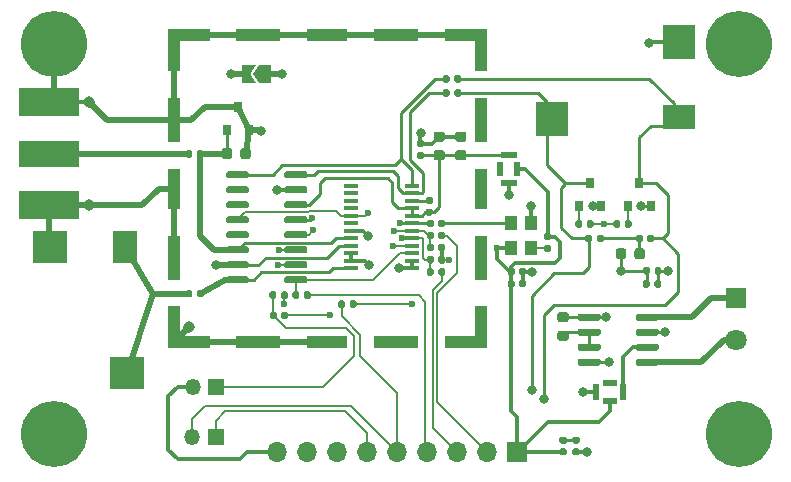
<source format=gbr>
%TF.GenerationSoftware,KiCad,Pcbnew,(5.1.6-0-10_14)*%
%TF.CreationDate,2021-03-25T12:14:58-05:00*%
%TF.ProjectId,MBRadio_4732_BO3,4d425261-6469-46f5-9f34-3733325f424f,rev?*%
%TF.SameCoordinates,Original*%
%TF.FileFunction,Copper,L1,Top*%
%TF.FilePolarity,Positive*%
%FSLAX46Y46*%
G04 Gerber Fmt 4.6, Leading zero omitted, Abs format (unit mm)*
G04 Created by KiCad (PCBNEW (5.1.6-0-10_14)) date 2021-03-25 12:14:58*
%MOMM*%
%LPD*%
G01*
G04 APERTURE LIST*
%TA.AperFunction,ComponentPad*%
%ADD10C,5.600000*%
%TD*%
%TA.AperFunction,SMDPad,CuDef*%
%ADD11R,0.800000X0.900000*%
%TD*%
%TA.AperFunction,SMDPad,CuDef*%
%ADD12R,2.700000X2.900000*%
%TD*%
%TA.AperFunction,SMDPad,CuDef*%
%ADD13R,2.700000X2.100000*%
%TD*%
%TA.AperFunction,ComponentPad*%
%ADD14R,1.350000X1.350000*%
%TD*%
%TA.AperFunction,ComponentPad*%
%ADD15O,1.350000X1.350000*%
%TD*%
%TA.AperFunction,SMDPad,CuDef*%
%ADD16R,5.080000X2.290000*%
%TD*%
%TA.AperFunction,SMDPad,CuDef*%
%ADD17R,5.080000X2.420000*%
%TD*%
%TA.AperFunction,ViaPad*%
%ADD18C,0.970000*%
%TD*%
%TA.AperFunction,Conductor*%
%ADD19R,0.950000X0.460000*%
%TD*%
%TA.AperFunction,SMDPad,CuDef*%
%ADD20R,1.200000X0.400000*%
%TD*%
%TA.AperFunction,SMDPad,CuDef*%
%ADD21R,1.100000X1.300000*%
%TD*%
%TA.AperFunction,ComponentPad*%
%ADD22R,1.700000X1.700000*%
%TD*%
%TA.AperFunction,ComponentPad*%
%ADD23O,1.700000X1.700000*%
%TD*%
%TA.AperFunction,SMDPad,CuDef*%
%ADD24R,1.346200X0.553200*%
%TD*%
%TA.AperFunction,SMDPad,CuDef*%
%ADD25R,0.553200X1.193800*%
%TD*%
%TA.AperFunction,SMDPad,CuDef*%
%ADD26R,1.000000X1.000000*%
%TD*%
%TA.AperFunction,SMDPad,CuDef*%
%ADD27R,2.570000X1.000000*%
%TD*%
%TA.AperFunction,SMDPad,CuDef*%
%ADD28R,3.800000X1.000000*%
%TD*%
%TA.AperFunction,SMDPad,CuDef*%
%ADD29R,3.470000X1.000000*%
%TD*%
%TA.AperFunction,SMDPad,CuDef*%
%ADD30R,1.000000X2.570000*%
%TD*%
%TA.AperFunction,SMDPad,CuDef*%
%ADD31R,1.000000X3.800000*%
%TD*%
%TA.AperFunction,SMDPad,CuDef*%
%ADD32R,1.000000X3.470000*%
%TD*%
%TA.AperFunction,ComponentPad*%
%ADD33R,1.800000X1.800000*%
%TD*%
%TA.AperFunction,ComponentPad*%
%ADD34C,1.800000*%
%TD*%
%TA.AperFunction,SMDPad,CuDef*%
%ADD35C,0.100000*%
%TD*%
%TA.AperFunction,SMDPad,CuDef*%
%ADD36R,2.900000X2.700000*%
%TD*%
%TA.AperFunction,SMDPad,CuDef*%
%ADD37R,2.100000X2.700000*%
%TD*%
%TA.AperFunction,SMDPad,CuDef*%
%ADD38R,0.553200X1.346200*%
%TD*%
%TA.AperFunction,SMDPad,CuDef*%
%ADD39R,1.193800X0.553200*%
%TD*%
%TA.AperFunction,ViaPad*%
%ADD40C,0.800000*%
%TD*%
%TA.AperFunction,ViaPad*%
%ADD41C,0.600000*%
%TD*%
%TA.AperFunction,Conductor*%
%ADD42C,0.250000*%
%TD*%
%TA.AperFunction,Conductor*%
%ADD43C,0.350000*%
%TD*%
%TA.AperFunction,Conductor*%
%ADD44C,0.500000*%
%TD*%
%TA.AperFunction,Conductor*%
%ADD45C,0.200000*%
%TD*%
G04 APERTURE END LIST*
%TO.P,R12,1*%
%TO.N,Net-(C12-Pad2)*%
%TA.AperFunction,SMDPad,CuDef*%
G36*
G01*
X102720000Y-120102500D02*
X102720000Y-119757500D01*
G75*
G02*
X102867500Y-119610000I147500J0D01*
G01*
X103162500Y-119610000D01*
G75*
G02*
X103310000Y-119757500I0J-147500D01*
G01*
X103310000Y-120102500D01*
G75*
G02*
X103162500Y-120250000I-147500J0D01*
G01*
X102867500Y-120250000D01*
G75*
G02*
X102720000Y-120102500I0J147500D01*
G01*
G37*
%TD.AperFunction*%
%TO.P,R12,2*%
%TO.N,L-OUT*%
%TA.AperFunction,SMDPad,CuDef*%
G36*
G01*
X103690000Y-120102500D02*
X103690000Y-119757500D01*
G75*
G02*
X103837500Y-119610000I147500J0D01*
G01*
X104132500Y-119610000D01*
G75*
G02*
X104280000Y-119757500I0J-147500D01*
G01*
X104280000Y-120102500D01*
G75*
G02*
X104132500Y-120250000I-147500J0D01*
G01*
X103837500Y-120250000D01*
G75*
G02*
X103690000Y-120102500I0J147500D01*
G01*
G37*
%TD.AperFunction*%
%TD*%
%TO.P,R13,2*%
%TO.N,Net-(C12-Pad1)*%
%TA.AperFunction,SMDPad,CuDef*%
G36*
G01*
X103910000Y-123617500D02*
X103910000Y-123962500D01*
G75*
G02*
X103762500Y-124110000I-147500J0D01*
G01*
X103467500Y-124110000D01*
G75*
G02*
X103320000Y-123962500I0J147500D01*
G01*
X103320000Y-123617500D01*
G75*
G02*
X103467500Y-123470000I147500J0D01*
G01*
X103762500Y-123470000D01*
G75*
G02*
X103910000Y-123617500I0J-147500D01*
G01*
G37*
%TD.AperFunction*%
%TO.P,R13,1*%
%TO.N,Net-(C14-Pad2)*%
%TA.AperFunction,SMDPad,CuDef*%
G36*
G01*
X104880000Y-123617500D02*
X104880000Y-123962500D01*
G75*
G02*
X104732500Y-124110000I-147500J0D01*
G01*
X104437500Y-124110000D01*
G75*
G02*
X104290000Y-123962500I0J147500D01*
G01*
X104290000Y-123617500D01*
G75*
G02*
X104437500Y-123470000I147500J0D01*
G01*
X104732500Y-123470000D01*
G75*
G02*
X104880000Y-123617500I0J-147500D01*
G01*
G37*
%TD.AperFunction*%
%TD*%
D10*
%TO.P,REF\u002A\u002A,*%
%TO.N,GND*%
X111500000Y-136500000D03*
%TD*%
%TO.P,REF\u002A\u002A,*%
%TO.N,GND*%
X111500000Y-103500000D03*
%TD*%
%TO.P,REF\u002A\u002A,*%
%TO.N,Earth*%
X53500000Y-136500000D03*
%TD*%
%TO.P,REF\u002A\u002A,*%
%TO.N,Earth*%
X53500000Y-103500000D03*
%TD*%
%TO.P,C10,2*%
%TO.N,Net-(C10-Pad2)*%
%TA.AperFunction,SMDPad,CuDef*%
G36*
G01*
X85412500Y-117020000D02*
X85067500Y-117020000D01*
G75*
G02*
X84920000Y-116872500I0J147500D01*
G01*
X84920000Y-116577500D01*
G75*
G02*
X85067500Y-116430000I147500J0D01*
G01*
X85412500Y-116430000D01*
G75*
G02*
X85560000Y-116577500I0J-147500D01*
G01*
X85560000Y-116872500D01*
G75*
G02*
X85412500Y-117020000I-147500J0D01*
G01*
G37*
%TD.AperFunction*%
%TO.P,C10,1*%
%TO.N,Net-(C10-Pad1)*%
%TA.AperFunction,SMDPad,CuDef*%
G36*
G01*
X85412500Y-117990000D02*
X85067500Y-117990000D01*
G75*
G02*
X84920000Y-117842500I0J147500D01*
G01*
X84920000Y-117547500D01*
G75*
G02*
X85067500Y-117400000I147500J0D01*
G01*
X85412500Y-117400000D01*
G75*
G02*
X85560000Y-117547500I0J-147500D01*
G01*
X85560000Y-117842500D01*
G75*
G02*
X85412500Y-117990000I-147500J0D01*
G01*
G37*
%TD.AperFunction*%
%TD*%
%TO.P,C13,2*%
%TO.N,GND*%
%TA.AperFunction,SMDPad,CuDef*%
G36*
G01*
X96816250Y-127030000D02*
X96303750Y-127030000D01*
G75*
G02*
X96085000Y-126811250I0J218750D01*
G01*
X96085000Y-126373750D01*
G75*
G02*
X96303750Y-126155000I218750J0D01*
G01*
X96816250Y-126155000D01*
G75*
G02*
X97035000Y-126373750I0J-218750D01*
G01*
X97035000Y-126811250D01*
G75*
G02*
X96816250Y-127030000I-218750J0D01*
G01*
G37*
%TD.AperFunction*%
%TO.P,C13,1*%
%TO.N,Net-(C13-Pad1)*%
%TA.AperFunction,SMDPad,CuDef*%
G36*
G01*
X96816250Y-128605000D02*
X96303750Y-128605000D01*
G75*
G02*
X96085000Y-128386250I0J218750D01*
G01*
X96085000Y-127948750D01*
G75*
G02*
X96303750Y-127730000I218750J0D01*
G01*
X96816250Y-127730000D01*
G75*
G02*
X97035000Y-127948750I0J-218750D01*
G01*
X97035000Y-128386250D01*
G75*
G02*
X96816250Y-128605000I-218750J0D01*
G01*
G37*
%TD.AperFunction*%
%TD*%
%TO.P,U5,1*%
%TO.N,GND*%
%TA.AperFunction,SMDPad,CuDef*%
G36*
G01*
X97790000Y-126745000D02*
X97790000Y-126445000D01*
G75*
G02*
X97940000Y-126295000I150000J0D01*
G01*
X99590000Y-126295000D01*
G75*
G02*
X99740000Y-126445000I0J-150000D01*
G01*
X99740000Y-126745000D01*
G75*
G02*
X99590000Y-126895000I-150000J0D01*
G01*
X97940000Y-126895000D01*
G75*
G02*
X97790000Y-126745000I0J150000D01*
G01*
G37*
%TD.AperFunction*%
%TO.P,U5,2*%
%TO.N,Net-(C13-Pad1)*%
%TA.AperFunction,SMDPad,CuDef*%
G36*
G01*
X97790000Y-128015000D02*
X97790000Y-127715000D01*
G75*
G02*
X97940000Y-127565000I150000J0D01*
G01*
X99590000Y-127565000D01*
G75*
G02*
X99740000Y-127715000I0J-150000D01*
G01*
X99740000Y-128015000D01*
G75*
G02*
X99590000Y-128165000I-150000J0D01*
G01*
X97940000Y-128165000D01*
G75*
G02*
X97790000Y-128015000I0J150000D01*
G01*
G37*
%TD.AperFunction*%
%TO.P,U5,3*%
%TA.AperFunction,SMDPad,CuDef*%
G36*
G01*
X97790000Y-129285000D02*
X97790000Y-128985000D01*
G75*
G02*
X97940000Y-128835000I150000J0D01*
G01*
X99590000Y-128835000D01*
G75*
G02*
X99740000Y-128985000I0J-150000D01*
G01*
X99740000Y-129285000D01*
G75*
G02*
X99590000Y-129435000I-150000J0D01*
G01*
X97940000Y-129435000D01*
G75*
G02*
X97790000Y-129285000I0J150000D01*
G01*
G37*
%TD.AperFunction*%
%TO.P,U5,4*%
%TO.N,Net-(C12-Pad1)*%
%TA.AperFunction,SMDPad,CuDef*%
G36*
G01*
X97790000Y-130555000D02*
X97790000Y-130255000D01*
G75*
G02*
X97940000Y-130105000I150000J0D01*
G01*
X99590000Y-130105000D01*
G75*
G02*
X99740000Y-130255000I0J-150000D01*
G01*
X99740000Y-130555000D01*
G75*
G02*
X99590000Y-130705000I-150000J0D01*
G01*
X97940000Y-130705000D01*
G75*
G02*
X97790000Y-130555000I0J150000D01*
G01*
G37*
%TD.AperFunction*%
%TO.P,U5,5*%
%TO.N,Net-(C14-Pad2)*%
%TA.AperFunction,SMDPad,CuDef*%
G36*
G01*
X102740000Y-130555000D02*
X102740000Y-130255000D01*
G75*
G02*
X102890000Y-130105000I150000J0D01*
G01*
X104540000Y-130105000D01*
G75*
G02*
X104690000Y-130255000I0J-150000D01*
G01*
X104690000Y-130555000D01*
G75*
G02*
X104540000Y-130705000I-150000J0D01*
G01*
X102890000Y-130705000D01*
G75*
G02*
X102740000Y-130555000I0J150000D01*
G01*
G37*
%TD.AperFunction*%
%TO.P,U5,6*%
%TO.N,Net-(C3-Pad1)*%
%TA.AperFunction,SMDPad,CuDef*%
G36*
G01*
X102740000Y-129285000D02*
X102740000Y-128985000D01*
G75*
G02*
X102890000Y-128835000I150000J0D01*
G01*
X104540000Y-128835000D01*
G75*
G02*
X104690000Y-128985000I0J-150000D01*
G01*
X104690000Y-129285000D01*
G75*
G02*
X104540000Y-129435000I-150000J0D01*
G01*
X102890000Y-129435000D01*
G75*
G02*
X102740000Y-129285000I0J150000D01*
G01*
G37*
%TD.AperFunction*%
%TO.P,U5,7*%
%TO.N,GND*%
%TA.AperFunction,SMDPad,CuDef*%
G36*
G01*
X102740000Y-128015000D02*
X102740000Y-127715000D01*
G75*
G02*
X102890000Y-127565000I150000J0D01*
G01*
X104540000Y-127565000D01*
G75*
G02*
X104690000Y-127715000I0J-150000D01*
G01*
X104690000Y-128015000D01*
G75*
G02*
X104540000Y-128165000I-150000J0D01*
G01*
X102890000Y-128165000D01*
G75*
G02*
X102740000Y-128015000I0J150000D01*
G01*
G37*
%TD.AperFunction*%
%TO.P,U5,8*%
%TO.N,Net-(J6-Pad1)*%
%TA.AperFunction,SMDPad,CuDef*%
G36*
G01*
X102740000Y-126745000D02*
X102740000Y-126445000D01*
G75*
G02*
X102890000Y-126295000I150000J0D01*
G01*
X104540000Y-126295000D01*
G75*
G02*
X104690000Y-126445000I0J-150000D01*
G01*
X104690000Y-126745000D01*
G75*
G02*
X104540000Y-126895000I-150000J0D01*
G01*
X102890000Y-126895000D01*
G75*
G02*
X102740000Y-126745000I0J150000D01*
G01*
G37*
%TD.AperFunction*%
%TD*%
%TO.P,C6,1*%
%TO.N,Net-(C6-Pad1)*%
%TA.AperFunction,SMDPad,CuDef*%
G36*
G01*
X64580000Y-112942500D02*
X64580000Y-112597500D01*
G75*
G02*
X64727500Y-112450000I147500J0D01*
G01*
X65022500Y-112450000D01*
G75*
G02*
X65170000Y-112597500I0J-147500D01*
G01*
X65170000Y-112942500D01*
G75*
G02*
X65022500Y-113090000I-147500J0D01*
G01*
X64727500Y-113090000D01*
G75*
G02*
X64580000Y-112942500I0J147500D01*
G01*
G37*
%TD.AperFunction*%
%TO.P,C6,2*%
%TO.N,FM-SW*%
%TA.AperFunction,SMDPad,CuDef*%
G36*
G01*
X65550000Y-112942500D02*
X65550000Y-112597500D01*
G75*
G02*
X65697500Y-112450000I147500J0D01*
G01*
X65992500Y-112450000D01*
G75*
G02*
X66140000Y-112597500I0J-147500D01*
G01*
X66140000Y-112942500D01*
G75*
G02*
X65992500Y-113090000I-147500J0D01*
G01*
X65697500Y-113090000D01*
G75*
G02*
X65550000Y-112942500I0J147500D01*
G01*
G37*
%TD.AperFunction*%
%TD*%
%TO.P,C9,2*%
%TO.N,AM*%
%TA.AperFunction,SMDPad,CuDef*%
G36*
G01*
X65570000Y-124772500D02*
X65570000Y-124427500D01*
G75*
G02*
X65717500Y-124280000I147500J0D01*
G01*
X66012500Y-124280000D01*
G75*
G02*
X66160000Y-124427500I0J-147500D01*
G01*
X66160000Y-124772500D01*
G75*
G02*
X66012500Y-124920000I-147500J0D01*
G01*
X65717500Y-124920000D01*
G75*
G02*
X65570000Y-124772500I0J147500D01*
G01*
G37*
%TD.AperFunction*%
%TO.P,C9,1*%
%TO.N,Net-(C9-Pad1)*%
%TA.AperFunction,SMDPad,CuDef*%
G36*
G01*
X64600000Y-124772500D02*
X64600000Y-124427500D01*
G75*
G02*
X64747500Y-124280000I147500J0D01*
G01*
X65042500Y-124280000D01*
G75*
G02*
X65190000Y-124427500I0J-147500D01*
G01*
X65190000Y-124772500D01*
G75*
G02*
X65042500Y-124920000I-147500J0D01*
G01*
X64747500Y-124920000D01*
G75*
G02*
X64600000Y-124772500I0J147500D01*
G01*
G37*
%TD.AperFunction*%
%TD*%
%TO.P,C14,1*%
%TO.N,Net-(C12-Pad1)*%
%TA.AperFunction,SMDPad,CuDef*%
G36*
G01*
X103340000Y-122842500D02*
X103340000Y-122497500D01*
G75*
G02*
X103487500Y-122350000I147500J0D01*
G01*
X103782500Y-122350000D01*
G75*
G02*
X103930000Y-122497500I0J-147500D01*
G01*
X103930000Y-122842500D01*
G75*
G02*
X103782500Y-122990000I-147500J0D01*
G01*
X103487500Y-122990000D01*
G75*
G02*
X103340000Y-122842500I0J147500D01*
G01*
G37*
%TD.AperFunction*%
%TO.P,C14,2*%
%TO.N,Net-(C14-Pad2)*%
%TA.AperFunction,SMDPad,CuDef*%
G36*
G01*
X104310000Y-122842500D02*
X104310000Y-122497500D01*
G75*
G02*
X104457500Y-122350000I147500J0D01*
G01*
X104752500Y-122350000D01*
G75*
G02*
X104900000Y-122497500I0J-147500D01*
G01*
X104900000Y-122842500D01*
G75*
G02*
X104752500Y-122990000I-147500J0D01*
G01*
X104457500Y-122990000D01*
G75*
G02*
X104310000Y-122842500I0J147500D01*
G01*
G37*
%TD.AperFunction*%
%TD*%
D11*
%TO.P,D2,1*%
%TO.N,FM-SW*%
X68100000Y-110780000D03*
%TO.P,D2,2*%
%TO.N,Earth*%
X70000000Y-110780000D03*
%TO.P,D2,3*%
X69050000Y-108780000D03*
%TD*%
D12*
%TO.P,J3,1*%
%TO.N,GND*%
X106350000Y-103300000D03*
%TO.P,J3,2*%
%TO.N,R-OUT*%
X95650000Y-109800000D03*
D13*
%TO.P,J3,3*%
%TO.N,L-OUT*%
X106350000Y-109650000D03*
%TD*%
%TO.P,L1,1*%
%TO.N,FM-SW*%
%TA.AperFunction,SMDPad,CuDef*%
G36*
G01*
X67675000Y-112996250D02*
X67675000Y-112483750D01*
G75*
G02*
X67893750Y-112265000I218750J0D01*
G01*
X68331250Y-112265000D01*
G75*
G02*
X68550000Y-112483750I0J-218750D01*
G01*
X68550000Y-112996250D01*
G75*
G02*
X68331250Y-113215000I-218750J0D01*
G01*
X67893750Y-113215000D01*
G75*
G02*
X67675000Y-112996250I0J218750D01*
G01*
G37*
%TD.AperFunction*%
%TO.P,L1,2*%
%TO.N,Earth*%
%TA.AperFunction,SMDPad,CuDef*%
G36*
G01*
X69250000Y-112996250D02*
X69250000Y-112483750D01*
G75*
G02*
X69468750Y-112265000I218750J0D01*
G01*
X69906250Y-112265000D01*
G75*
G02*
X70125000Y-112483750I0J-218750D01*
G01*
X70125000Y-112996250D01*
G75*
G02*
X69906250Y-113215000I-218750J0D01*
G01*
X69468750Y-113215000D01*
G75*
G02*
X69250000Y-112996250I0J218750D01*
G01*
G37*
%TD.AperFunction*%
%TD*%
%TO.P,U1,1*%
%TO.N,Net-(C15-Pad1)*%
%TA.AperFunction,SMDPad,CuDef*%
G36*
G01*
X68020000Y-114695000D02*
X68020000Y-114395000D01*
G75*
G02*
X68170000Y-114245000I150000J0D01*
G01*
X69820000Y-114245000D01*
G75*
G02*
X69970000Y-114395000I0J-150000D01*
G01*
X69970000Y-114695000D01*
G75*
G02*
X69820000Y-114845000I-150000J0D01*
G01*
X68170000Y-114845000D01*
G75*
G02*
X68020000Y-114695000I0J150000D01*
G01*
G37*
%TD.AperFunction*%
%TO.P,U1,2*%
%TO.N,Net-(U1-Pad2)*%
%TA.AperFunction,SMDPad,CuDef*%
G36*
G01*
X68020000Y-115965000D02*
X68020000Y-115665000D01*
G75*
G02*
X68170000Y-115515000I150000J0D01*
G01*
X69820000Y-115515000D01*
G75*
G02*
X69970000Y-115665000I0J-150000D01*
G01*
X69970000Y-115965000D01*
G75*
G02*
X69820000Y-116115000I-150000J0D01*
G01*
X68170000Y-116115000D01*
G75*
G02*
X68020000Y-115965000I0J150000D01*
G01*
G37*
%TD.AperFunction*%
%TO.P,U1,3*%
%TO.N,Net-(U1-Pad3)*%
%TA.AperFunction,SMDPad,CuDef*%
G36*
G01*
X68020000Y-117235000D02*
X68020000Y-116935000D01*
G75*
G02*
X68170000Y-116785000I150000J0D01*
G01*
X69820000Y-116785000D01*
G75*
G02*
X69970000Y-116935000I0J-150000D01*
G01*
X69970000Y-117235000D01*
G75*
G02*
X69820000Y-117385000I-150000J0D01*
G01*
X68170000Y-117385000D01*
G75*
G02*
X68020000Y-117235000I0J150000D01*
G01*
G37*
%TD.AperFunction*%
%TO.P,U1,4*%
%TO.N,Net-(R10-Pad1)*%
%TA.AperFunction,SMDPad,CuDef*%
G36*
G01*
X68020000Y-118505000D02*
X68020000Y-118205000D01*
G75*
G02*
X68170000Y-118055000I150000J0D01*
G01*
X69820000Y-118055000D01*
G75*
G02*
X69970000Y-118205000I0J-150000D01*
G01*
X69970000Y-118505000D01*
G75*
G02*
X69820000Y-118655000I-150000J0D01*
G01*
X68170000Y-118655000D01*
G75*
G02*
X68020000Y-118505000I0J150000D01*
G01*
G37*
%TD.AperFunction*%
%TO.P,U1,5*%
%TO.N,Net-(U1-Pad5)*%
%TA.AperFunction,SMDPad,CuDef*%
G36*
G01*
X68020000Y-119775000D02*
X68020000Y-119475000D01*
G75*
G02*
X68170000Y-119325000I150000J0D01*
G01*
X69820000Y-119325000D01*
G75*
G02*
X69970000Y-119475000I0J-150000D01*
G01*
X69970000Y-119775000D01*
G75*
G02*
X69820000Y-119925000I-150000J0D01*
G01*
X68170000Y-119925000D01*
G75*
G02*
X68020000Y-119775000I0J150000D01*
G01*
G37*
%TD.AperFunction*%
%TO.P,U1,6*%
%TO.N,FM-SW*%
%TA.AperFunction,SMDPad,CuDef*%
G36*
G01*
X68020000Y-121045000D02*
X68020000Y-120745000D01*
G75*
G02*
X68170000Y-120595000I150000J0D01*
G01*
X69820000Y-120595000D01*
G75*
G02*
X69970000Y-120745000I0J-150000D01*
G01*
X69970000Y-121045000D01*
G75*
G02*
X69820000Y-121195000I-150000J0D01*
G01*
X68170000Y-121195000D01*
G75*
G02*
X68020000Y-121045000I0J150000D01*
G01*
G37*
%TD.AperFunction*%
%TO.P,U1,7*%
%TO.N,Earth*%
%TA.AperFunction,SMDPad,CuDef*%
G36*
G01*
X68020000Y-122315000D02*
X68020000Y-122015000D01*
G75*
G02*
X68170000Y-121865000I150000J0D01*
G01*
X69820000Y-121865000D01*
G75*
G02*
X69970000Y-122015000I0J-150000D01*
G01*
X69970000Y-122315000D01*
G75*
G02*
X69820000Y-122465000I-150000J0D01*
G01*
X68170000Y-122465000D01*
G75*
G02*
X68020000Y-122315000I0J150000D01*
G01*
G37*
%TD.AperFunction*%
%TO.P,U1,8*%
%TO.N,AM*%
%TA.AperFunction,SMDPad,CuDef*%
G36*
G01*
X68020000Y-123585000D02*
X68020000Y-123285000D01*
G75*
G02*
X68170000Y-123135000I150000J0D01*
G01*
X69820000Y-123135000D01*
G75*
G02*
X69970000Y-123285000I0J-150000D01*
G01*
X69970000Y-123585000D01*
G75*
G02*
X69820000Y-123735000I-150000J0D01*
G01*
X68170000Y-123735000D01*
G75*
G02*
X68020000Y-123585000I0J150000D01*
G01*
G37*
%TD.AperFunction*%
%TO.P,U1,9*%
%TO.N,Net-(R16-Pad1)*%
%TA.AperFunction,SMDPad,CuDef*%
G36*
G01*
X72970000Y-123585000D02*
X72970000Y-123285000D01*
G75*
G02*
X73120000Y-123135000I150000J0D01*
G01*
X74770000Y-123135000D01*
G75*
G02*
X74920000Y-123285000I0J-150000D01*
G01*
X74920000Y-123585000D01*
G75*
G02*
X74770000Y-123735000I-150000J0D01*
G01*
X73120000Y-123735000D01*
G75*
G02*
X72970000Y-123585000I0J150000D01*
G01*
G37*
%TD.AperFunction*%
%TO.P,U1,10*%
%TO.N,Net-(R15-Pad1)*%
%TA.AperFunction,SMDPad,CuDef*%
G36*
G01*
X72970000Y-122315000D02*
X72970000Y-122015000D01*
G75*
G02*
X73120000Y-121865000I150000J0D01*
G01*
X74770000Y-121865000D01*
G75*
G02*
X74920000Y-122015000I0J-150000D01*
G01*
X74920000Y-122315000D01*
G75*
G02*
X74770000Y-122465000I-150000J0D01*
G01*
X73120000Y-122465000D01*
G75*
G02*
X72970000Y-122315000I0J150000D01*
G01*
G37*
%TD.AperFunction*%
%TO.P,U1,11*%
%TO.N,Net-(R1-Pad2)*%
%TA.AperFunction,SMDPad,CuDef*%
G36*
G01*
X72970000Y-121045000D02*
X72970000Y-120745000D01*
G75*
G02*
X73120000Y-120595000I150000J0D01*
G01*
X74770000Y-120595000D01*
G75*
G02*
X74920000Y-120745000I0J-150000D01*
G01*
X74920000Y-121045000D01*
G75*
G02*
X74770000Y-121195000I-150000J0D01*
G01*
X73120000Y-121195000D01*
G75*
G02*
X72970000Y-121045000I0J150000D01*
G01*
G37*
%TD.AperFunction*%
%TO.P,U1,12*%
%TO.N,Net-(R11-Pad1)*%
%TA.AperFunction,SMDPad,CuDef*%
G36*
G01*
X72970000Y-119775000D02*
X72970000Y-119475000D01*
G75*
G02*
X73120000Y-119325000I150000J0D01*
G01*
X74770000Y-119325000D01*
G75*
G02*
X74920000Y-119475000I0J-150000D01*
G01*
X74920000Y-119775000D01*
G75*
G02*
X74770000Y-119925000I-150000J0D01*
G01*
X73120000Y-119925000D01*
G75*
G02*
X72970000Y-119775000I0J150000D01*
G01*
G37*
%TD.AperFunction*%
%TO.P,U1,13*%
%TO.N,Net-(R9-Pad2)*%
%TA.AperFunction,SMDPad,CuDef*%
G36*
G01*
X72970000Y-118505000D02*
X72970000Y-118205000D01*
G75*
G02*
X73120000Y-118055000I150000J0D01*
G01*
X74770000Y-118055000D01*
G75*
G02*
X74920000Y-118205000I0J-150000D01*
G01*
X74920000Y-118505000D01*
G75*
G02*
X74770000Y-118655000I-150000J0D01*
G01*
X73120000Y-118655000D01*
G75*
G02*
X72970000Y-118505000I0J150000D01*
G01*
G37*
%TD.AperFunction*%
%TO.P,U1,14*%
%TO.N,Net-(C10-Pad1)*%
%TA.AperFunction,SMDPad,CuDef*%
G36*
G01*
X72970000Y-117235000D02*
X72970000Y-116935000D01*
G75*
G02*
X73120000Y-116785000I150000J0D01*
G01*
X74770000Y-116785000D01*
G75*
G02*
X74920000Y-116935000I0J-150000D01*
G01*
X74920000Y-117235000D01*
G75*
G02*
X74770000Y-117385000I-150000J0D01*
G01*
X73120000Y-117385000D01*
G75*
G02*
X72970000Y-117235000I0J150000D01*
G01*
G37*
%TD.AperFunction*%
%TO.P,U1,15*%
%TO.N,GND*%
%TA.AperFunction,SMDPad,CuDef*%
G36*
G01*
X72970000Y-115965000D02*
X72970000Y-115665000D01*
G75*
G02*
X73120000Y-115515000I150000J0D01*
G01*
X74770000Y-115515000D01*
G75*
G02*
X74920000Y-115665000I0J-150000D01*
G01*
X74920000Y-115965000D01*
G75*
G02*
X74770000Y-116115000I-150000J0D01*
G01*
X73120000Y-116115000D01*
G75*
G02*
X72970000Y-115965000I0J150000D01*
G01*
G37*
%TD.AperFunction*%
%TO.P,U1,16*%
%TO.N,Net-(C11-Pad1)*%
%TA.AperFunction,SMDPad,CuDef*%
G36*
G01*
X72970000Y-114695000D02*
X72970000Y-114395000D01*
G75*
G02*
X73120000Y-114245000I150000J0D01*
G01*
X74770000Y-114245000D01*
G75*
G02*
X74920000Y-114395000I0J-150000D01*
G01*
X74920000Y-114695000D01*
G75*
G02*
X74770000Y-114845000I-150000J0D01*
G01*
X73120000Y-114845000D01*
G75*
G02*
X72970000Y-114695000I0J150000D01*
G01*
G37*
%TD.AperFunction*%
%TD*%
D14*
%TO.P,JP1,1*%
%TO.N,Net-(JP1-Pad1)*%
X67220000Y-132490000D03*
D15*
%TO.P,JP1,2*%
%TO.N,GND*%
X65220000Y-132490000D03*
%TD*%
%TO.P,R1,1*%
%TO.N,+3V3*%
%TA.AperFunction,SMDPad,CuDef*%
G36*
G01*
X86590000Y-121557500D02*
X86590000Y-121902500D01*
G75*
G02*
X86442500Y-122050000I-147500J0D01*
G01*
X86147500Y-122050000D01*
G75*
G02*
X86000000Y-121902500I0J147500D01*
G01*
X86000000Y-121557500D01*
G75*
G02*
X86147500Y-121410000I147500J0D01*
G01*
X86442500Y-121410000D01*
G75*
G02*
X86590000Y-121557500I0J-147500D01*
G01*
G37*
%TD.AperFunction*%
%TO.P,R1,2*%
%TO.N,Net-(R1-Pad2)*%
%TA.AperFunction,SMDPad,CuDef*%
G36*
G01*
X85620000Y-121557500D02*
X85620000Y-121902500D01*
G75*
G02*
X85472500Y-122050000I-147500J0D01*
G01*
X85177500Y-122050000D01*
G75*
G02*
X85030000Y-121902500I0J147500D01*
G01*
X85030000Y-121557500D01*
G75*
G02*
X85177500Y-121410000I147500J0D01*
G01*
X85472500Y-121410000D01*
G75*
G02*
X85620000Y-121557500I0J-147500D01*
G01*
G37*
%TD.AperFunction*%
%TD*%
%TO.P,R4,2*%
%TO.N,Net-(R11-Pad1)*%
%TA.AperFunction,SMDPad,CuDef*%
G36*
G01*
X85620000Y-120537500D02*
X85620000Y-120882500D01*
G75*
G02*
X85472500Y-121030000I-147500J0D01*
G01*
X85177500Y-121030000D01*
G75*
G02*
X85030000Y-120882500I0J147500D01*
G01*
X85030000Y-120537500D01*
G75*
G02*
X85177500Y-120390000I147500J0D01*
G01*
X85472500Y-120390000D01*
G75*
G02*
X85620000Y-120537500I0J-147500D01*
G01*
G37*
%TD.AperFunction*%
%TO.P,R4,1*%
%TO.N,+3V3*%
%TA.AperFunction,SMDPad,CuDef*%
G36*
G01*
X86590000Y-120537500D02*
X86590000Y-120882500D01*
G75*
G02*
X86442500Y-121030000I-147500J0D01*
G01*
X86147500Y-121030000D01*
G75*
G02*
X86000000Y-120882500I0J147500D01*
G01*
X86000000Y-120537500D01*
G75*
G02*
X86147500Y-120390000I147500J0D01*
G01*
X86442500Y-120390000D01*
G75*
G02*
X86590000Y-120537500I0J-147500D01*
G01*
G37*
%TD.AperFunction*%
%TD*%
D16*
%TO.P,J5,1*%
%TO.N,Net-(C6-Pad1)*%
X53030000Y-112750000D03*
D17*
%TO.P,J5,2*%
%TO.N,Earth*%
X53030000Y-108370000D03*
X53030000Y-117130000D03*
D18*
%TD*%
%TO.N,Earth*%
%TO.C,J5*%
X56470000Y-108370000D03*
%TO.N,Earth*%
%TO.C,J5*%
X56470000Y-117130000D03*
D19*
X56020000Y-108370000D03*
X56020000Y-117130000D03*
%TD*%
D11*
%TO.P,Q1,1*%
%TO.N,Net-(Q1-Pad1)*%
X97910000Y-117200000D03*
%TO.P,Q1,2*%
%TO.N,GND*%
X99810000Y-117200000D03*
%TO.P,Q1,3*%
%TO.N,R-OUT*%
X98860000Y-115200000D03*
%TD*%
%TO.P,Q2,3*%
%TO.N,L-OUT*%
X103020000Y-115210000D03*
%TO.P,Q2,2*%
%TO.N,GND*%
X103970000Y-117210000D03*
%TO.P,Q2,1*%
%TO.N,Net-(Q2-Pad1)*%
X102070000Y-117210000D03*
%TD*%
%TO.P,R7,1*%
%TO.N,Net-(Q2-Pad1)*%
%TA.AperFunction,SMDPad,CuDef*%
G36*
G01*
X102365000Y-118527500D02*
X102365000Y-118872500D01*
G75*
G02*
X102217500Y-119020000I-147500J0D01*
G01*
X101922500Y-119020000D01*
G75*
G02*
X101775000Y-118872500I0J147500D01*
G01*
X101775000Y-118527500D01*
G75*
G02*
X101922500Y-118380000I147500J0D01*
G01*
X102217500Y-118380000D01*
G75*
G02*
X102365000Y-118527500I0J-147500D01*
G01*
G37*
%TD.AperFunction*%
%TO.P,R7,2*%
%TO.N,Net-(J7-Pad6)*%
%TA.AperFunction,SMDPad,CuDef*%
G36*
G01*
X101395000Y-118527500D02*
X101395000Y-118872500D01*
G75*
G02*
X101247500Y-119020000I-147500J0D01*
G01*
X100952500Y-119020000D01*
G75*
G02*
X100805000Y-118872500I0J147500D01*
G01*
X100805000Y-118527500D01*
G75*
G02*
X100952500Y-118380000I147500J0D01*
G01*
X101247500Y-118380000D01*
G75*
G02*
X101395000Y-118527500I0J-147500D01*
G01*
G37*
%TD.AperFunction*%
%TD*%
%TO.P,R8,1*%
%TO.N,Net-(Q1-Pad1)*%
%TA.AperFunction,SMDPad,CuDef*%
G36*
G01*
X97615000Y-118872500D02*
X97615000Y-118527500D01*
G75*
G02*
X97762500Y-118380000I147500J0D01*
G01*
X98057500Y-118380000D01*
G75*
G02*
X98205000Y-118527500I0J-147500D01*
G01*
X98205000Y-118872500D01*
G75*
G02*
X98057500Y-119020000I-147500J0D01*
G01*
X97762500Y-119020000D01*
G75*
G02*
X97615000Y-118872500I0J147500D01*
G01*
G37*
%TD.AperFunction*%
%TO.P,R8,2*%
%TO.N,Net-(J7-Pad6)*%
%TA.AperFunction,SMDPad,CuDef*%
G36*
G01*
X98585000Y-118872500D02*
X98585000Y-118527500D01*
G75*
G02*
X98732500Y-118380000I147500J0D01*
G01*
X99027500Y-118380000D01*
G75*
G02*
X99175000Y-118527500I0J-147500D01*
G01*
X99175000Y-118872500D01*
G75*
G02*
X99027500Y-119020000I-147500J0D01*
G01*
X98732500Y-119020000D01*
G75*
G02*
X98585000Y-118872500I0J147500D01*
G01*
G37*
%TD.AperFunction*%
%TD*%
%TO.P,C5,1*%
%TO.N,GND*%
%TA.AperFunction,SMDPad,CuDef*%
G36*
G01*
X84317500Y-111620000D02*
X84662500Y-111620000D01*
G75*
G02*
X84810000Y-111767500I0J-147500D01*
G01*
X84810000Y-112062500D01*
G75*
G02*
X84662500Y-112210000I-147500J0D01*
G01*
X84317500Y-112210000D01*
G75*
G02*
X84170000Y-112062500I0J147500D01*
G01*
X84170000Y-111767500D01*
G75*
G02*
X84317500Y-111620000I147500J0D01*
G01*
G37*
%TD.AperFunction*%
%TO.P,C5,2*%
%TO.N,Net-(C10-Pad1)*%
%TA.AperFunction,SMDPad,CuDef*%
G36*
G01*
X84317500Y-112590000D02*
X84662500Y-112590000D01*
G75*
G02*
X84810000Y-112737500I0J-147500D01*
G01*
X84810000Y-113032500D01*
G75*
G02*
X84662500Y-113180000I-147500J0D01*
G01*
X84317500Y-113180000D01*
G75*
G02*
X84170000Y-113032500I0J147500D01*
G01*
X84170000Y-112737500D01*
G75*
G02*
X84317500Y-112590000I147500J0D01*
G01*
G37*
%TD.AperFunction*%
%TD*%
%TO.P,C7,2*%
%TO.N,Net-(C10-Pad1)*%
%TA.AperFunction,SMDPad,CuDef*%
G36*
G01*
X85823750Y-112450000D02*
X86336250Y-112450000D01*
G75*
G02*
X86555000Y-112668750I0J-218750D01*
G01*
X86555000Y-113106250D01*
G75*
G02*
X86336250Y-113325000I-218750J0D01*
G01*
X85823750Y-113325000D01*
G75*
G02*
X85605000Y-113106250I0J218750D01*
G01*
X85605000Y-112668750D01*
G75*
G02*
X85823750Y-112450000I218750J0D01*
G01*
G37*
%TD.AperFunction*%
%TO.P,C7,1*%
%TO.N,GND*%
%TA.AperFunction,SMDPad,CuDef*%
G36*
G01*
X85823750Y-110875000D02*
X86336250Y-110875000D01*
G75*
G02*
X86555000Y-111093750I0J-218750D01*
G01*
X86555000Y-111531250D01*
G75*
G02*
X86336250Y-111750000I-218750J0D01*
G01*
X85823750Y-111750000D01*
G75*
G02*
X85605000Y-111531250I0J218750D01*
G01*
X85605000Y-111093750D01*
G75*
G02*
X85823750Y-110875000I218750J0D01*
G01*
G37*
%TD.AperFunction*%
%TD*%
%TO.P,C8,1*%
%TO.N,GND*%
%TA.AperFunction,SMDPad,CuDef*%
G36*
G01*
X87653750Y-110875000D02*
X88166250Y-110875000D01*
G75*
G02*
X88385000Y-111093750I0J-218750D01*
G01*
X88385000Y-111531250D01*
G75*
G02*
X88166250Y-111750000I-218750J0D01*
G01*
X87653750Y-111750000D01*
G75*
G02*
X87435000Y-111531250I0J218750D01*
G01*
X87435000Y-111093750D01*
G75*
G02*
X87653750Y-110875000I218750J0D01*
G01*
G37*
%TD.AperFunction*%
%TO.P,C8,2*%
%TO.N,Net-(C10-Pad1)*%
%TA.AperFunction,SMDPad,CuDef*%
G36*
G01*
X87653750Y-112450000D02*
X88166250Y-112450000D01*
G75*
G02*
X88385000Y-112668750I0J-218750D01*
G01*
X88385000Y-113106250D01*
G75*
G02*
X88166250Y-113325000I-218750J0D01*
G01*
X87653750Y-113325000D01*
G75*
G02*
X87435000Y-113106250I0J218750D01*
G01*
X87435000Y-112668750D01*
G75*
G02*
X87653750Y-112450000I218750J0D01*
G01*
G37*
%TD.AperFunction*%
%TD*%
%TO.P,C11,2*%
%TO.N,R-OUT*%
%TA.AperFunction,SMDPad,CuDef*%
G36*
G01*
X87350000Y-107782500D02*
X87350000Y-107437500D01*
G75*
G02*
X87497500Y-107290000I147500J0D01*
G01*
X87792500Y-107290000D01*
G75*
G02*
X87940000Y-107437500I0J-147500D01*
G01*
X87940000Y-107782500D01*
G75*
G02*
X87792500Y-107930000I-147500J0D01*
G01*
X87497500Y-107930000D01*
G75*
G02*
X87350000Y-107782500I0J147500D01*
G01*
G37*
%TD.AperFunction*%
%TO.P,C11,1*%
%TO.N,Net-(C11-Pad1)*%
%TA.AperFunction,SMDPad,CuDef*%
G36*
G01*
X86380000Y-107782500D02*
X86380000Y-107437500D01*
G75*
G02*
X86527500Y-107290000I147500J0D01*
G01*
X86822500Y-107290000D01*
G75*
G02*
X86970000Y-107437500I0J-147500D01*
G01*
X86970000Y-107782500D01*
G75*
G02*
X86822500Y-107930000I-147500J0D01*
G01*
X86527500Y-107930000D01*
G75*
G02*
X86380000Y-107782500I0J147500D01*
G01*
G37*
%TD.AperFunction*%
%TD*%
%TO.P,C15,1*%
%TO.N,Net-(C15-Pad1)*%
%TA.AperFunction,SMDPad,CuDef*%
G36*
G01*
X86380000Y-106582500D02*
X86380000Y-106237500D01*
G75*
G02*
X86527500Y-106090000I147500J0D01*
G01*
X86822500Y-106090000D01*
G75*
G02*
X86970000Y-106237500I0J-147500D01*
G01*
X86970000Y-106582500D01*
G75*
G02*
X86822500Y-106730000I-147500J0D01*
G01*
X86527500Y-106730000D01*
G75*
G02*
X86380000Y-106582500I0J147500D01*
G01*
G37*
%TD.AperFunction*%
%TO.P,C15,2*%
%TO.N,L-OUT*%
%TA.AperFunction,SMDPad,CuDef*%
G36*
G01*
X87350000Y-106582500D02*
X87350000Y-106237500D01*
G75*
G02*
X87497500Y-106090000I147500J0D01*
G01*
X87792500Y-106090000D01*
G75*
G02*
X87940000Y-106237500I0J-147500D01*
G01*
X87940000Y-106582500D01*
G75*
G02*
X87792500Y-106730000I-147500J0D01*
G01*
X87497500Y-106730000D01*
G75*
G02*
X87350000Y-106582500I0J147500D01*
G01*
G37*
%TD.AperFunction*%
%TD*%
D14*
%TO.P,JP3,1*%
%TO.N,Net-(J7-Pad6)*%
X67190000Y-136750000D03*
D15*
%TO.P,JP3,2*%
%TO.N,Net-(J7-Pad5)*%
X65190000Y-136750000D03*
%TD*%
%TO.P,R9,2*%
%TO.N,Net-(R9-Pad2)*%
%TA.AperFunction,SMDPad,CuDef*%
G36*
G01*
X85620000Y-118487500D02*
X85620000Y-118832500D01*
G75*
G02*
X85472500Y-118980000I-147500J0D01*
G01*
X85177500Y-118980000D01*
G75*
G02*
X85030000Y-118832500I0J147500D01*
G01*
X85030000Y-118487500D01*
G75*
G02*
X85177500Y-118340000I147500J0D01*
G01*
X85472500Y-118340000D01*
G75*
G02*
X85620000Y-118487500I0J-147500D01*
G01*
G37*
%TD.AperFunction*%
%TO.P,R9,1*%
%TO.N,Net-(R9-Pad1)*%
%TA.AperFunction,SMDPad,CuDef*%
G36*
G01*
X86590000Y-118487500D02*
X86590000Y-118832500D01*
G75*
G02*
X86442500Y-118980000I-147500J0D01*
G01*
X86147500Y-118980000D01*
G75*
G02*
X86000000Y-118832500I0J147500D01*
G01*
X86000000Y-118487500D01*
G75*
G02*
X86147500Y-118340000I147500J0D01*
G01*
X86442500Y-118340000D01*
G75*
G02*
X86590000Y-118487500I0J-147500D01*
G01*
G37*
%TD.AperFunction*%
%TD*%
D20*
%TO.P,U2,1*%
%TO.N,Net-(U2-Pad1)*%
X78570000Y-115457500D03*
%TO.P,U2,2*%
%TO.N,Net-(U2-Pad2)*%
X78570000Y-116092500D03*
%TO.P,U2,3*%
%TO.N,Net-(U2-Pad3)*%
X78570000Y-116727500D03*
%TO.P,U2,4*%
%TO.N,Net-(U2-Pad4)*%
X78570000Y-117362500D03*
%TO.P,U2,5*%
%TO.N,Net-(R10-Pad1)*%
X78570000Y-117997500D03*
%TO.P,U2,6*%
%TO.N,Net-(U2-Pad6)*%
X78570000Y-118632500D03*
%TO.P,U2,7*%
%TO.N,GND*%
X78570000Y-119267500D03*
%TO.P,U2,8*%
%TO.N,FM-SW*%
X78570000Y-119902500D03*
%TO.P,U2,9*%
%TO.N,Earth*%
X78570000Y-120537500D03*
%TO.P,U2,10*%
%TO.N,GND*%
X78570000Y-121172500D03*
%TO.P,U2,11*%
X78570000Y-121807500D03*
%TO.P,U2,12*%
%TO.N,AM*%
X78570000Y-122442500D03*
%TO.P,U2,13*%
%TO.N,GND*%
X83770000Y-122442500D03*
%TO.P,U2,14*%
X83770000Y-121807500D03*
%TO.P,U2,15*%
%TO.N,Net-(R16-Pad1)*%
X83770000Y-121172500D03*
%TO.P,U2,16*%
%TO.N,Net-(R15-Pad1)*%
X83770000Y-120537500D03*
%TO.P,U2,17*%
%TO.N,Net-(R1-Pad2)*%
X83770000Y-119902500D03*
%TO.P,U2,18*%
%TO.N,Net-(R11-Pad1)*%
X83770000Y-119267500D03*
%TO.P,U2,19*%
%TO.N,Net-(R9-Pad2)*%
X83770000Y-118632500D03*
%TO.P,U2,20*%
%TO.N,Net-(C10-Pad1)*%
X83770000Y-117997500D03*
%TO.P,U2,21*%
X83770000Y-117362500D03*
%TO.P,U2,22*%
%TO.N,Net-(C10-Pad2)*%
X83770000Y-116727500D03*
%TO.P,U2,23*%
%TO.N,Net-(C11-Pad1)*%
X83770000Y-116092500D03*
%TO.P,U2,24*%
%TO.N,Net-(C15-Pad1)*%
X83770000Y-115457500D03*
%TD*%
D21*
%TO.P,X1,1*%
%TO.N,Net-(R2-Pad2)*%
X93815000Y-120750000D03*
%TO.P,X1,2*%
%TO.N,GND*%
X93815000Y-118650000D03*
%TO.P,X1,3*%
%TO.N,Net-(R9-Pad1)*%
X92165000Y-118650000D03*
%TO.P,X1,4*%
%TO.N,+3V3*%
X92165000Y-120750000D03*
%TD*%
%TO.P,R11,2*%
%TO.N,Net-(J7-Pad2)*%
%TA.AperFunction,SMDPad,CuDef*%
G36*
G01*
X86000000Y-119862500D02*
X86000000Y-119517500D01*
G75*
G02*
X86147500Y-119370000I147500J0D01*
G01*
X86442500Y-119370000D01*
G75*
G02*
X86590000Y-119517500I0J-147500D01*
G01*
X86590000Y-119862500D01*
G75*
G02*
X86442500Y-120010000I-147500J0D01*
G01*
X86147500Y-120010000D01*
G75*
G02*
X86000000Y-119862500I0J147500D01*
G01*
G37*
%TD.AperFunction*%
%TO.P,R11,1*%
%TO.N,Net-(R11-Pad1)*%
%TA.AperFunction,SMDPad,CuDef*%
G36*
G01*
X85030000Y-119862500D02*
X85030000Y-119517500D01*
G75*
G02*
X85177500Y-119370000I147500J0D01*
G01*
X85472500Y-119370000D01*
G75*
G02*
X85620000Y-119517500I0J-147500D01*
G01*
X85620000Y-119862500D01*
G75*
G02*
X85472500Y-120010000I-147500J0D01*
G01*
X85177500Y-120010000D01*
G75*
G02*
X85030000Y-119862500I0J147500D01*
G01*
G37*
%TD.AperFunction*%
%TD*%
%TO.P,R14,1*%
%TO.N,Net-(R1-Pad2)*%
%TA.AperFunction,SMDPad,CuDef*%
G36*
G01*
X85030000Y-122942500D02*
X85030000Y-122597500D01*
G75*
G02*
X85177500Y-122450000I147500J0D01*
G01*
X85472500Y-122450000D01*
G75*
G02*
X85620000Y-122597500I0J-147500D01*
G01*
X85620000Y-122942500D01*
G75*
G02*
X85472500Y-123090000I-147500J0D01*
G01*
X85177500Y-123090000D01*
G75*
G02*
X85030000Y-122942500I0J147500D01*
G01*
G37*
%TD.AperFunction*%
%TO.P,R14,2*%
%TO.N,Net-(J7-Pad3)*%
%TA.AperFunction,SMDPad,CuDef*%
G36*
G01*
X86000000Y-122942500D02*
X86000000Y-122597500D01*
G75*
G02*
X86147500Y-122450000I147500J0D01*
G01*
X86442500Y-122450000D01*
G75*
G02*
X86590000Y-122597500I0J-147500D01*
G01*
X86590000Y-122942500D01*
G75*
G02*
X86442500Y-123090000I-147500J0D01*
G01*
X86147500Y-123090000D01*
G75*
G02*
X86000000Y-122942500I0J147500D01*
G01*
G37*
%TD.AperFunction*%
%TD*%
%TO.P,R15,2*%
%TO.N,Net-(JP1-Pad1)*%
%TA.AperFunction,SMDPad,CuDef*%
G36*
G01*
X72300000Y-124557500D02*
X72300000Y-124902500D01*
G75*
G02*
X72152500Y-125050000I-147500J0D01*
G01*
X71857500Y-125050000D01*
G75*
G02*
X71710000Y-124902500I0J147500D01*
G01*
X71710000Y-124557500D01*
G75*
G02*
X71857500Y-124410000I147500J0D01*
G01*
X72152500Y-124410000D01*
G75*
G02*
X72300000Y-124557500I0J-147500D01*
G01*
G37*
%TD.AperFunction*%
%TO.P,R15,1*%
%TO.N,Net-(R15-Pad1)*%
%TA.AperFunction,SMDPad,CuDef*%
G36*
G01*
X73270000Y-124557500D02*
X73270000Y-124902500D01*
G75*
G02*
X73122500Y-125050000I-147500J0D01*
G01*
X72827500Y-125050000D01*
G75*
G02*
X72680000Y-124902500I0J147500D01*
G01*
X72680000Y-124557500D01*
G75*
G02*
X72827500Y-124410000I147500J0D01*
G01*
X73122500Y-124410000D01*
G75*
G02*
X73270000Y-124557500I0J-147500D01*
G01*
G37*
%TD.AperFunction*%
%TD*%
%TO.P,R16,1*%
%TO.N,Net-(R16-Pad1)*%
%TA.AperFunction,SMDPad,CuDef*%
G36*
G01*
X73650000Y-124902500D02*
X73650000Y-124557500D01*
G75*
G02*
X73797500Y-124410000I147500J0D01*
G01*
X74092500Y-124410000D01*
G75*
G02*
X74240000Y-124557500I0J-147500D01*
G01*
X74240000Y-124902500D01*
G75*
G02*
X74092500Y-125050000I-147500J0D01*
G01*
X73797500Y-125050000D01*
G75*
G02*
X73650000Y-124902500I0J147500D01*
G01*
G37*
%TD.AperFunction*%
%TO.P,R16,2*%
%TO.N,Net-(J7-Pad4)*%
%TA.AperFunction,SMDPad,CuDef*%
G36*
G01*
X74620000Y-124902500D02*
X74620000Y-124557500D01*
G75*
G02*
X74767500Y-124410000I147500J0D01*
G01*
X75062500Y-124410000D01*
G75*
G02*
X75210000Y-124557500I0J-147500D01*
G01*
X75210000Y-124902500D01*
G75*
G02*
X75062500Y-125050000I-147500J0D01*
G01*
X74767500Y-125050000D01*
G75*
G02*
X74620000Y-124902500I0J147500D01*
G01*
G37*
%TD.AperFunction*%
%TD*%
D22*
%TO.P,J7,1*%
%TO.N,+3V3*%
X92660000Y-138000000D03*
D23*
%TO.P,J7,2*%
%TO.N,Net-(J7-Pad2)*%
X90120000Y-138000000D03*
%TO.P,J7,3*%
%TO.N,Net-(J7-Pad3)*%
X87580000Y-138000000D03*
%TO.P,J7,4*%
%TO.N,Net-(J7-Pad4)*%
X85040000Y-138000000D03*
%TO.P,J7,5*%
%TO.N,Net-(J7-Pad5)*%
X82500000Y-138000000D03*
%TO.P,J7,6*%
%TO.N,Net-(J7-Pad6)*%
X79960000Y-138000000D03*
%TO.P,J7,7*%
%TO.N,L-OUT*%
X77420000Y-138000000D03*
%TO.P,J7,8*%
%TO.N,R-OUT*%
X74880000Y-138000000D03*
%TO.P,J7,9*%
%TO.N,GND*%
X72340000Y-138000000D03*
%TD*%
D24*
%TO.P,C4,1*%
%TO.N,Net-(C10-Pad1)*%
X91950000Y-112881700D03*
%TO.P,C4,2*%
%TO.N,GND*%
X91950000Y-115238300D03*
D25*
%TO.P,C4,3*%
%TO.N,+3V3*%
X92696500Y-114060000D03*
%TO.P,C4,4*%
%TO.N,N/C*%
X91203500Y-114060000D03*
%TD*%
D26*
%TO.P,SH1,1*%
%TO.N,Earth*%
X63585000Y-102715000D03*
X89595000Y-102715000D03*
%TO.P,SH1,*%
%TO.N,*%
X89595000Y-128725000D03*
%TO.P,SH1,1*%
%TO.N,Earth*%
X63585000Y-128725000D03*
D27*
X65370000Y-102715000D03*
X65370000Y-128725000D03*
D28*
X70755000Y-102715000D03*
X70755000Y-128725000D03*
D29*
X76590000Y-102715000D03*
X76590000Y-128725000D03*
D28*
X82425000Y-102715000D03*
%TO.P,SH1,*%
%TO.N,*%
X82425000Y-128725000D03*
D27*
%TO.P,SH1,1*%
%TO.N,Earth*%
X87810000Y-102715000D03*
%TO.P,SH1,*%
%TO.N,*%
X87810000Y-128725000D03*
D30*
%TO.P,SH1,1*%
%TO.N,Earth*%
X63585000Y-104500000D03*
X89595000Y-104500000D03*
D31*
X63585000Y-109885000D03*
%TO.P,SH1,*%
%TO.N,*%
X89595000Y-109885000D03*
D32*
%TO.P,SH1,1*%
%TO.N,Earth*%
X63585000Y-115720000D03*
%TO.P,SH1,*%
%TO.N,*%
X89595000Y-115720000D03*
D31*
%TO.P,SH1,1*%
%TO.N,Earth*%
X63585000Y-121555000D03*
%TO.P,SH1,*%
%TO.N,*%
X89595000Y-121555000D03*
D30*
%TO.P,SH1,1*%
%TO.N,Earth*%
X63585000Y-126940000D03*
%TO.P,SH1,*%
%TO.N,*%
X89595000Y-126940000D03*
%TD*%
%TO.P,C1,2*%
%TO.N,+3V3*%
%TA.AperFunction,SMDPad,CuDef*%
G36*
G01*
X92460000Y-122557500D02*
X92460000Y-122902500D01*
G75*
G02*
X92312500Y-123050000I-147500J0D01*
G01*
X92017500Y-123050000D01*
G75*
G02*
X91870000Y-122902500I0J147500D01*
G01*
X91870000Y-122557500D01*
G75*
G02*
X92017500Y-122410000I147500J0D01*
G01*
X92312500Y-122410000D01*
G75*
G02*
X92460000Y-122557500I0J-147500D01*
G01*
G37*
%TD.AperFunction*%
%TO.P,C1,1*%
%TO.N,GND*%
%TA.AperFunction,SMDPad,CuDef*%
G36*
G01*
X93430000Y-122557500D02*
X93430000Y-122902500D01*
G75*
G02*
X93282500Y-123050000I-147500J0D01*
G01*
X92987500Y-123050000D01*
G75*
G02*
X92840000Y-122902500I0J147500D01*
G01*
X92840000Y-122557500D01*
G75*
G02*
X92987500Y-122410000I147500J0D01*
G01*
X93282500Y-122410000D01*
G75*
G02*
X93430000Y-122557500I0J-147500D01*
G01*
G37*
%TD.AperFunction*%
%TD*%
%TO.P,C2,1*%
%TO.N,GND*%
%TA.AperFunction,SMDPad,CuDef*%
G36*
G01*
X93430000Y-123577500D02*
X93430000Y-123922500D01*
G75*
G02*
X93282500Y-124070000I-147500J0D01*
G01*
X92987500Y-124070000D01*
G75*
G02*
X92840000Y-123922500I0J147500D01*
G01*
X92840000Y-123577500D01*
G75*
G02*
X92987500Y-123430000I147500J0D01*
G01*
X93282500Y-123430000D01*
G75*
G02*
X93430000Y-123577500I0J-147500D01*
G01*
G37*
%TD.AperFunction*%
%TO.P,C2,2*%
%TO.N,+3V3*%
%TA.AperFunction,SMDPad,CuDef*%
G36*
G01*
X92460000Y-123577500D02*
X92460000Y-123922500D01*
G75*
G02*
X92312500Y-124070000I-147500J0D01*
G01*
X92017500Y-124070000D01*
G75*
G02*
X91870000Y-123922500I0J147500D01*
G01*
X91870000Y-123577500D01*
G75*
G02*
X92017500Y-123430000I147500J0D01*
G01*
X92312500Y-123430000D01*
G75*
G02*
X92460000Y-123577500I0J-147500D01*
G01*
G37*
%TD.AperFunction*%
%TD*%
%TO.P,C12,1*%
%TO.N,Net-(C12-Pad1)*%
%TA.AperFunction,SMDPad,CuDef*%
G36*
G01*
X101035000Y-121486250D02*
X101035000Y-120973750D01*
G75*
G02*
X101253750Y-120755000I218750J0D01*
G01*
X101691250Y-120755000D01*
G75*
G02*
X101910000Y-120973750I0J-218750D01*
G01*
X101910000Y-121486250D01*
G75*
G02*
X101691250Y-121705000I-218750J0D01*
G01*
X101253750Y-121705000D01*
G75*
G02*
X101035000Y-121486250I0J218750D01*
G01*
G37*
%TD.AperFunction*%
%TO.P,C12,2*%
%TO.N,Net-(C12-Pad2)*%
%TA.AperFunction,SMDPad,CuDef*%
G36*
G01*
X102610000Y-121486250D02*
X102610000Y-120973750D01*
G75*
G02*
X102828750Y-120755000I218750J0D01*
G01*
X103266250Y-120755000D01*
G75*
G02*
X103485000Y-120973750I0J-218750D01*
G01*
X103485000Y-121486250D01*
G75*
G02*
X103266250Y-121705000I-218750J0D01*
G01*
X102828750Y-121705000D01*
G75*
G02*
X102610000Y-121486250I0J218750D01*
G01*
G37*
%TD.AperFunction*%
%TD*%
%TO.P,D1,1*%
%TO.N,Net-(D1-Pad1)*%
%TA.AperFunction,SMDPad,CuDef*%
G36*
G01*
X96397500Y-136730000D02*
X96742500Y-136730000D01*
G75*
G02*
X96890000Y-136877500I0J-147500D01*
G01*
X96890000Y-137172500D01*
G75*
G02*
X96742500Y-137320000I-147500J0D01*
G01*
X96397500Y-137320000D01*
G75*
G02*
X96250000Y-137172500I0J147500D01*
G01*
X96250000Y-136877500D01*
G75*
G02*
X96397500Y-136730000I147500J0D01*
G01*
G37*
%TD.AperFunction*%
%TO.P,D1,2*%
%TO.N,+3V3*%
%TA.AperFunction,SMDPad,CuDef*%
G36*
G01*
X96397500Y-137700000D02*
X96742500Y-137700000D01*
G75*
G02*
X96890000Y-137847500I0J-147500D01*
G01*
X96890000Y-138142500D01*
G75*
G02*
X96742500Y-138290000I-147500J0D01*
G01*
X96397500Y-138290000D01*
G75*
G02*
X96250000Y-138142500I0J147500D01*
G01*
X96250000Y-137847500D01*
G75*
G02*
X96397500Y-137700000I147500J0D01*
G01*
G37*
%TD.AperFunction*%
%TD*%
%TO.P,R2,1*%
%TO.N,+3V3*%
%TA.AperFunction,SMDPad,CuDef*%
G36*
G01*
X95087500Y-119490000D02*
X95432500Y-119490000D01*
G75*
G02*
X95580000Y-119637500I0J-147500D01*
G01*
X95580000Y-119932500D01*
G75*
G02*
X95432500Y-120080000I-147500J0D01*
G01*
X95087500Y-120080000D01*
G75*
G02*
X94940000Y-119932500I0J147500D01*
G01*
X94940000Y-119637500D01*
G75*
G02*
X95087500Y-119490000I147500J0D01*
G01*
G37*
%TD.AperFunction*%
%TO.P,R2,2*%
%TO.N,Net-(R2-Pad2)*%
%TA.AperFunction,SMDPad,CuDef*%
G36*
G01*
X95087500Y-120460000D02*
X95432500Y-120460000D01*
G75*
G02*
X95580000Y-120607500I0J-147500D01*
G01*
X95580000Y-120902500D01*
G75*
G02*
X95432500Y-121050000I-147500J0D01*
G01*
X95087500Y-121050000D01*
G75*
G02*
X94940000Y-120902500I0J147500D01*
G01*
X94940000Y-120607500D01*
G75*
G02*
X95087500Y-120460000I147500J0D01*
G01*
G37*
%TD.AperFunction*%
%TD*%
%TO.P,R3,2*%
%TO.N,Net-(JP1-Pad1)*%
%TA.AperFunction,SMDPad,CuDef*%
G36*
G01*
X72330000Y-126267500D02*
X72330000Y-126612500D01*
G75*
G02*
X72182500Y-126760000I-147500J0D01*
G01*
X71887500Y-126760000D01*
G75*
G02*
X71740000Y-126612500I0J147500D01*
G01*
X71740000Y-126267500D01*
G75*
G02*
X71887500Y-126120000I147500J0D01*
G01*
X72182500Y-126120000D01*
G75*
G02*
X72330000Y-126267500I0J-147500D01*
G01*
G37*
%TD.AperFunction*%
%TO.P,R3,1*%
%TO.N,+3V3*%
%TA.AperFunction,SMDPad,CuDef*%
G36*
G01*
X73300000Y-126267500D02*
X73300000Y-126612500D01*
G75*
G02*
X73152500Y-126760000I-147500J0D01*
G01*
X72857500Y-126760000D01*
G75*
G02*
X72710000Y-126612500I0J147500D01*
G01*
X72710000Y-126267500D01*
G75*
G02*
X72857500Y-126120000I147500J0D01*
G01*
X73152500Y-126120000D01*
G75*
G02*
X73300000Y-126267500I0J-147500D01*
G01*
G37*
%TD.AperFunction*%
%TD*%
%TO.P,R5,2*%
%TO.N,R-OUT*%
%TA.AperFunction,SMDPad,CuDef*%
G36*
G01*
X99040000Y-119757500D02*
X99040000Y-120102500D01*
G75*
G02*
X98892500Y-120250000I-147500J0D01*
G01*
X98597500Y-120250000D01*
G75*
G02*
X98450000Y-120102500I0J147500D01*
G01*
X98450000Y-119757500D01*
G75*
G02*
X98597500Y-119610000I147500J0D01*
G01*
X98892500Y-119610000D01*
G75*
G02*
X99040000Y-119757500I0J-147500D01*
G01*
G37*
%TD.AperFunction*%
%TO.P,R5,1*%
%TO.N,Net-(C12-Pad2)*%
%TA.AperFunction,SMDPad,CuDef*%
G36*
G01*
X100010000Y-119757500D02*
X100010000Y-120102500D01*
G75*
G02*
X99862500Y-120250000I-147500J0D01*
G01*
X99567500Y-120250000D01*
G75*
G02*
X99420000Y-120102500I0J147500D01*
G01*
X99420000Y-119757500D01*
G75*
G02*
X99567500Y-119610000I147500J0D01*
G01*
X99862500Y-119610000D01*
G75*
G02*
X100010000Y-119757500I0J-147500D01*
G01*
G37*
%TD.AperFunction*%
%TD*%
%TO.P,R6,2*%
%TO.N,GND*%
%TA.AperFunction,SMDPad,CuDef*%
G36*
G01*
X97487500Y-137700000D02*
X97832500Y-137700000D01*
G75*
G02*
X97980000Y-137847500I0J-147500D01*
G01*
X97980000Y-138142500D01*
G75*
G02*
X97832500Y-138290000I-147500J0D01*
G01*
X97487500Y-138290000D01*
G75*
G02*
X97340000Y-138142500I0J147500D01*
G01*
X97340000Y-137847500D01*
G75*
G02*
X97487500Y-137700000I147500J0D01*
G01*
G37*
%TD.AperFunction*%
%TO.P,R6,1*%
%TO.N,Net-(D1-Pad1)*%
%TA.AperFunction,SMDPad,CuDef*%
G36*
G01*
X97487500Y-136730000D02*
X97832500Y-136730000D01*
G75*
G02*
X97980000Y-136877500I0J-147500D01*
G01*
X97980000Y-137172500D01*
G75*
G02*
X97832500Y-137320000I-147500J0D01*
G01*
X97487500Y-137320000D01*
G75*
G02*
X97340000Y-137172500I0J147500D01*
G01*
X97340000Y-136877500D01*
G75*
G02*
X97487500Y-136730000I147500J0D01*
G01*
G37*
%TD.AperFunction*%
%TD*%
%TO.P,R10,1*%
%TO.N,Net-(R10-Pad1)*%
%TA.AperFunction,SMDPad,CuDef*%
G36*
G01*
X79080000Y-125317500D02*
X79080000Y-125662500D01*
G75*
G02*
X78932500Y-125810000I-147500J0D01*
G01*
X78637500Y-125810000D01*
G75*
G02*
X78490000Y-125662500I0J147500D01*
G01*
X78490000Y-125317500D01*
G75*
G02*
X78637500Y-125170000I147500J0D01*
G01*
X78932500Y-125170000D01*
G75*
G02*
X79080000Y-125317500I0J-147500D01*
G01*
G37*
%TD.AperFunction*%
%TO.P,R10,2*%
%TO.N,Net-(J7-Pad5)*%
%TA.AperFunction,SMDPad,CuDef*%
G36*
G01*
X78110000Y-125317500D02*
X78110000Y-125662500D01*
G75*
G02*
X77962500Y-125810000I-147500J0D01*
G01*
X77667500Y-125810000D01*
G75*
G02*
X77520000Y-125662500I0J147500D01*
G01*
X77520000Y-125317500D01*
G75*
G02*
X77667500Y-125170000I147500J0D01*
G01*
X77962500Y-125170000D01*
G75*
G02*
X78110000Y-125317500I0J-147500D01*
G01*
G37*
%TD.AperFunction*%
%TD*%
D33*
%TO.P,J6,1*%
%TO.N,Net-(J6-Pad1)*%
X111230000Y-125000000D03*
D34*
%TO.P,J6,2*%
%TO.N,Net-(C14-Pad2)*%
X111230000Y-128500000D03*
%TD*%
%TA.AperFunction,SMDPad,CuDef*%
D35*
%TO.P,JP0,2*%
%TO.N,Earth*%
G36*
X69405000Y-105260000D02*
G01*
X70555000Y-105260000D01*
X70055000Y-106010000D01*
X70555000Y-106760000D01*
X69405000Y-106760000D01*
X69405000Y-105260000D01*
G37*
%TD.AperFunction*%
%TA.AperFunction,SMDPad,CuDef*%
%TO.P,JP0,1*%
%TO.N,GND*%
G36*
X70355000Y-106010000D02*
G01*
X70855000Y-105260000D01*
X71855000Y-105260000D01*
X71855000Y-106760000D01*
X70855000Y-106760000D01*
X70355000Y-106010000D01*
G37*
%TD.AperFunction*%
%TD*%
D36*
%TO.P,J4,1*%
%TO.N,Earth*%
X53150000Y-120650000D03*
%TO.P,J4,2*%
%TO.N,Net-(C9-Pad1)*%
X59650000Y-131350000D03*
D37*
%TO.P,J4,3*%
X59500000Y-120650000D03*
%TD*%
D38*
%TO.P,C3,1*%
%TO.N,Net-(C3-Pad1)*%
X101678300Y-132940000D03*
%TO.P,C3,2*%
%TO.N,GND*%
X99321700Y-132940000D03*
D39*
%TO.P,C3,3*%
%TO.N,+3V3*%
X100500000Y-133686500D03*
%TO.P,C3,4*%
%TO.N,N/C*%
X100500000Y-132193500D03*
%TD*%
D40*
%TO.N,GND*%
X103140000Y-117220000D03*
X99060000Y-117170000D03*
X100220000Y-126570000D03*
X80160000Y-122170000D03*
X80090000Y-119720000D03*
X72360000Y-115830000D03*
X91980000Y-116280000D03*
X93810000Y-117210000D03*
X93930000Y-122765000D03*
X103840000Y-103370000D03*
X98590000Y-137990000D03*
X82660000Y-122460000D03*
X84499998Y-111040000D03*
X72730000Y-106030000D03*
X98240000Y-132940000D03*
X105220000Y-127850000D03*
D41*
%TO.N,+3V3*%
X86940000Y-121720000D03*
X90990000Y-120750000D03*
X76840000Y-126440000D03*
D40*
%TO.N,Net-(C12-Pad1)*%
X100445004Y-130405000D03*
X101472499Y-122660000D03*
%TO.N,Net-(C14-Pad2)*%
X105450000Y-122650000D03*
%TO.N,R-OUT*%
X93930000Y-132800000D03*
%TO.N,L-OUT*%
X94990000Y-133550000D03*
%TO.N,Earth*%
X71000000Y-110800000D03*
X68460000Y-106010000D03*
D18*
X64880000Y-127419998D03*
D40*
X67170000Y-122160000D03*
D41*
%TO.N,Net-(R9-Pad2)*%
X82750000Y-118630000D03*
X75330000Y-118170501D03*
%TO.N,Net-(R1-Pad2)*%
X72495000Y-120895000D03*
X82923456Y-119902504D03*
%TO.N,Net-(R11-Pad1)*%
X82228024Y-119302494D03*
X75390000Y-119250000D03*
%TO.N,Net-(R10-Pad1)*%
X80080000Y-117729990D03*
X83800000Y-125490002D03*
%TO.N,Net-(R15-Pad1)*%
X72465000Y-122165000D03*
X72980000Y-125470000D03*
X82192076Y-120570284D03*
%TO.N,Net-(J7-Pad6)*%
X100000000Y-118700000D03*
%TD*%
D42*
%TO.N,GND*%
X103150000Y-117210000D02*
X103140000Y-117220000D01*
X103970000Y-117210000D02*
X103150000Y-117210000D01*
X99090000Y-117200000D02*
X99060000Y-117170000D01*
X99810000Y-117200000D02*
X99090000Y-117200000D01*
X98765000Y-126595000D02*
X100195000Y-126595000D01*
X100195000Y-126595000D02*
X100220000Y-126570000D01*
X97822500Y-126592500D02*
X96560000Y-126592500D01*
X97825000Y-126595000D02*
X97822500Y-126592500D01*
X98765000Y-126595000D02*
X97825000Y-126595000D01*
D43*
X83770000Y-121807500D02*
X83770000Y-122442500D01*
X78570000Y-121807500D02*
X78570000Y-121430000D01*
X78570000Y-121172500D02*
X78570000Y-121430000D01*
X79797500Y-121807500D02*
X80160000Y-122170000D01*
X78570000Y-121807500D02*
X79797500Y-121807500D01*
X78570000Y-119267500D02*
X79647500Y-119267500D01*
X80090000Y-119710000D02*
X80090000Y-119720000D01*
X79647500Y-119267500D02*
X80090000Y-119710000D01*
X72375000Y-115815000D02*
X72360000Y-115830000D01*
X73945000Y-115815000D02*
X72375000Y-115815000D01*
X85477500Y-111915000D02*
X86080000Y-111312500D01*
X84490000Y-111915000D02*
X85477500Y-111915000D01*
X86080000Y-111312500D02*
X87910000Y-111312500D01*
X93815000Y-117215000D02*
X93810000Y-117210000D01*
X93815000Y-118650000D02*
X93815000Y-117215000D01*
X93135000Y-122730000D02*
X93135000Y-123750000D01*
X93895000Y-122730000D02*
X93930000Y-122765000D01*
X93135000Y-122730000D02*
X93895000Y-122730000D01*
X103910000Y-103300000D02*
X103840000Y-103370000D01*
X106350000Y-103300000D02*
X103910000Y-103300000D01*
X98585000Y-137995000D02*
X98590000Y-137990000D01*
X97660000Y-137995000D02*
X98585000Y-137995000D01*
X82677500Y-122442500D02*
X82660000Y-122460000D01*
X83770000Y-122442500D02*
X82677500Y-122442500D01*
X91980000Y-115268300D02*
X91980000Y-116280000D01*
X91950000Y-115238300D02*
X91980000Y-115268300D01*
X84490000Y-111915000D02*
X84490000Y-111049998D01*
X84490000Y-111049998D02*
X84499998Y-111040000D01*
X72340000Y-138000000D02*
X69820000Y-138000000D01*
X69820000Y-138000000D02*
X69180000Y-138640000D01*
X69180000Y-138640000D02*
X63970000Y-138640000D01*
X63970000Y-138640000D02*
X63140000Y-137810000D01*
X63140000Y-137810000D02*
X63140000Y-133300000D01*
X63950000Y-132490000D02*
X65220000Y-132490000D01*
X63140000Y-133300000D02*
X63950000Y-132490000D01*
D44*
X72710000Y-106010000D02*
X72730000Y-106030000D01*
X71355000Y-106010000D02*
X72710000Y-106010000D01*
D43*
X99321700Y-132940000D02*
X98240000Y-132940000D01*
D42*
X103715000Y-127865000D02*
X105205000Y-127865000D01*
X105205000Y-127865000D02*
X105220000Y-127850000D01*
D43*
%TO.N,+3V3*%
X86295000Y-121730000D02*
X86295000Y-120710000D01*
D45*
X86930000Y-121730000D02*
X86940000Y-121720000D01*
X86295000Y-121730000D02*
X86930000Y-121730000D01*
D43*
X90990000Y-120750000D02*
X92165000Y-120750000D01*
X92165000Y-123750000D02*
X92165000Y-122730000D01*
X90990000Y-121680000D02*
X90990000Y-120750000D01*
X92040000Y-122730000D02*
X90990000Y-121680000D01*
X92165000Y-122730000D02*
X92040000Y-122730000D01*
X92165000Y-122315000D02*
X92165000Y-122730000D01*
X92490000Y-121990000D02*
X92165000Y-122315000D01*
X96310000Y-121590000D02*
X95910000Y-121990000D01*
X95260000Y-119785000D02*
X95895000Y-119785000D01*
X96310000Y-120200000D02*
X96310000Y-121590000D01*
X95910000Y-121990000D02*
X92490000Y-121990000D01*
X95895000Y-119785000D02*
X96310000Y-120200000D01*
X92665000Y-137995000D02*
X92660000Y-138000000D01*
X96570000Y-137995000D02*
X92665000Y-137995000D01*
X92720000Y-138000000D02*
X95290000Y-135430000D01*
X92660000Y-138000000D02*
X92720000Y-138000000D01*
D45*
X73005000Y-126440000D02*
X76840000Y-126440000D01*
X76840000Y-126440000D02*
X75367856Y-126440000D01*
D43*
X95260000Y-115990000D02*
X95260000Y-119785000D01*
X93330000Y-114060000D02*
X95260000Y-115990000D01*
X92696500Y-114060000D02*
X93330000Y-114060000D01*
X92660000Y-135040000D02*
X92660000Y-138000000D01*
X92165000Y-134545000D02*
X92660000Y-135040000D01*
X92165000Y-123750000D02*
X92165000Y-134545000D01*
X100500000Y-133686500D02*
X100500000Y-134520000D01*
X100500000Y-134520000D02*
X99590000Y-135430000D01*
X99590000Y-135430000D02*
X96130000Y-135430000D01*
X96130000Y-135430000D02*
X96550000Y-135430000D01*
X95290000Y-135430000D02*
X96130000Y-135430000D01*
D42*
%TO.N,Net-(C6-Pad1)*%
X64855000Y-112750000D02*
X64875000Y-112770000D01*
D44*
X53050000Y-112770000D02*
X53030000Y-112750000D01*
X64875000Y-112770000D02*
X53050000Y-112770000D01*
%TO.N,Net-(C9-Pad1)*%
X64895000Y-124600000D02*
X61890000Y-124600000D01*
X61890000Y-124600000D02*
X59650000Y-131350000D01*
X61890000Y-124600000D02*
X59500000Y-120650000D01*
D42*
%TO.N,Net-(C12-Pad1)*%
X98765000Y-130405000D02*
X100445004Y-130405000D01*
X103635000Y-123770000D02*
X103615000Y-123790000D01*
X103635000Y-122670000D02*
X103635000Y-123770000D01*
X101472500Y-121230000D02*
X101472500Y-122347500D01*
X101472500Y-122659999D02*
X101472499Y-122660000D01*
X101472500Y-122347500D02*
X101472500Y-122659999D01*
X101482499Y-122670000D02*
X101472499Y-122660000D01*
X103635000Y-122670000D02*
X101482499Y-122670000D01*
%TO.N,Net-(C12-Pad2)*%
X99715000Y-119930000D02*
X103015000Y-119930000D01*
X103047500Y-121295000D02*
X103032500Y-121310000D01*
X103015000Y-121197500D02*
X103047500Y-121230000D01*
X103047500Y-121230000D02*
X103047500Y-121295000D01*
X103015000Y-119930000D02*
X103015000Y-121197500D01*
%TO.N,Net-(C13-Pad1)*%
X98765000Y-129135000D02*
X98765000Y-127865000D01*
X96667500Y-128167500D02*
X96980000Y-127855000D01*
X96560000Y-128167500D02*
X96667500Y-128167500D01*
X96862500Y-127865000D02*
X96560000Y-128167500D01*
X98765000Y-127865000D02*
X96862500Y-127865000D01*
%TO.N,Net-(C14-Pad2)*%
X104607500Y-122667500D02*
X104605000Y-122670000D01*
X104605000Y-123770000D02*
X104585000Y-123790000D01*
X104605000Y-122670000D02*
X104605000Y-123770000D01*
X104605000Y-122670000D02*
X105210000Y-122670000D01*
X105230000Y-122650000D02*
X105450000Y-122650000D01*
X105210000Y-122670000D02*
X105230000Y-122650000D01*
D44*
X108255000Y-130405000D02*
X103715000Y-130405000D01*
X110160000Y-128500000D02*
X108255000Y-130405000D01*
X111230000Y-128500000D02*
X110160000Y-128500000D01*
%TO.N,Net-(J6-Pad1)*%
X107505000Y-126595000D02*
X103715000Y-126595000D01*
X109130000Y-124970000D02*
X107505000Y-126595000D01*
X111200000Y-124970000D02*
X109130000Y-124970000D01*
X111230000Y-125000000D02*
X111200000Y-124970000D01*
D42*
%TO.N,Net-(D1-Pad1)*%
X96570000Y-137025000D02*
X97660000Y-137025000D01*
D45*
%TO.N,Net-(Q1-Pad1)*%
X97910000Y-117200000D02*
X97910000Y-118700000D01*
%TO.N,Net-(Q2-Pad1)*%
X102070000Y-117210000D02*
X102070000Y-118700000D01*
D42*
%TO.N,Net-(C10-Pad1)*%
X85240000Y-117695000D02*
X84905000Y-117695000D01*
X84602500Y-117997500D02*
X83770000Y-117997500D01*
X84905000Y-117695000D02*
X84602500Y-117997500D01*
X83770000Y-117997500D02*
X83770000Y-117362500D01*
X73945000Y-117085000D02*
X75025000Y-117085000D01*
X75025000Y-117085000D02*
X75980000Y-116130000D01*
X75980000Y-116130000D02*
X75980000Y-115260000D01*
X75980000Y-115260000D02*
X76430000Y-114810000D01*
X76430000Y-114810000D02*
X81720000Y-114810000D01*
X81720000Y-114810000D02*
X82110000Y-115200000D01*
X82110000Y-115200000D02*
X82110000Y-116850000D01*
X82622500Y-117362500D02*
X83770000Y-117362500D01*
X82110000Y-116850000D02*
X82622500Y-117362500D01*
X87914200Y-112891700D02*
X87910000Y-112887500D01*
X87910000Y-112887500D02*
X86080000Y-112887500D01*
X84492500Y-112887500D02*
X84490000Y-112885000D01*
X86080000Y-112887500D02*
X84492500Y-112887500D01*
X87915800Y-112881700D02*
X87910000Y-112887500D01*
X91950000Y-112881700D02*
X87915800Y-112881700D01*
X85635000Y-117695000D02*
X86080000Y-117250000D01*
X86080000Y-117250000D02*
X86080000Y-112887500D01*
X85240000Y-117695000D02*
X85635000Y-117695000D01*
%TO.N,FM-SW*%
X67690000Y-112740000D02*
X68112500Y-112740000D01*
X68112500Y-110792500D02*
X68100000Y-110780000D01*
X68112500Y-112740000D02*
X68112500Y-110792500D01*
D44*
X68082500Y-112770000D02*
X68112500Y-112740000D01*
X65845000Y-112770000D02*
X68082500Y-112770000D01*
X68995000Y-120895000D02*
X67035000Y-120895000D01*
X65845000Y-119705000D02*
X65845000Y-112770000D01*
X67035000Y-120895000D02*
X65845000Y-119705000D01*
D42*
X68995000Y-120895000D02*
X69620010Y-120269990D01*
X76940010Y-120269990D02*
X77307500Y-119902500D01*
X69620010Y-120269990D02*
X76940010Y-120269990D01*
X77307500Y-119902500D02*
X78570000Y-119902500D01*
%TO.N,AM*%
X68995000Y-123435000D02*
X70385000Y-123435000D01*
X71025001Y-122794999D02*
X76765001Y-122794999D01*
X70385000Y-123435000D02*
X71025001Y-122794999D01*
X77117500Y-122442500D02*
X78570000Y-122442500D01*
X76765001Y-122794999D02*
X77117500Y-122442500D01*
D44*
X67985000Y-123435000D02*
X65865000Y-124600000D01*
X68995000Y-123435000D02*
X67985000Y-123435000D01*
D42*
%TO.N,Net-(C10-Pad2)*%
X85237500Y-116727500D02*
X85240000Y-116725000D01*
X83770000Y-116727500D02*
X85237500Y-116727500D01*
%TO.N,R-OUT*%
X87645000Y-107610000D02*
X94470000Y-107610000D01*
X95240000Y-108380000D02*
X95240000Y-110520000D01*
X94470000Y-107610000D02*
X95240000Y-108380000D01*
X95240000Y-110520000D02*
X95240000Y-113690000D01*
X96750000Y-115200000D02*
X98860000Y-115200000D01*
X95240000Y-113690000D02*
X96750000Y-115200000D01*
X96750000Y-115280000D02*
X96380000Y-115650000D01*
X96750000Y-115200000D02*
X96750000Y-115280000D01*
X96380000Y-115650000D02*
X96380000Y-119000000D01*
X97310000Y-119930000D02*
X98745000Y-119930000D01*
X96380000Y-119000000D02*
X97310000Y-119930000D01*
X98745000Y-119930000D02*
X98745000Y-122355000D01*
X98230000Y-122870000D02*
X95830000Y-122870000D01*
X93900000Y-132770000D02*
X93930000Y-132800000D01*
X93900000Y-124800000D02*
X93900000Y-132770000D01*
X95830000Y-122870000D02*
X93900000Y-124800000D01*
X98745000Y-122355000D02*
X98230000Y-122870000D01*
%TO.N,Net-(C11-Pad1)*%
X83019998Y-116092500D02*
X82590000Y-115662502D01*
X83770000Y-116092500D02*
X83019998Y-116092500D01*
X82590000Y-115662502D02*
X82590000Y-114660000D01*
X82590000Y-114660000D02*
X82150000Y-114220000D01*
X82150000Y-114220000D02*
X75820000Y-114220000D01*
X75495000Y-114545000D02*
X73945000Y-114545000D01*
X75820000Y-114220000D02*
X75495000Y-114545000D01*
X84620000Y-116092500D02*
X83770000Y-116092500D01*
X84697500Y-116015000D02*
X84620000Y-116092500D01*
X84697500Y-114397500D02*
X84697500Y-116015000D01*
X83610000Y-113310000D02*
X84697500Y-114397500D01*
X83610000Y-109190000D02*
X83610000Y-113310000D01*
X85190000Y-107610000D02*
X83610000Y-109190000D01*
X86675000Y-107610000D02*
X85190000Y-107610000D01*
%TO.N,Net-(C15-Pad1)*%
X83770000Y-114170000D02*
X83770000Y-115457500D01*
X83330000Y-113730000D02*
X83770000Y-114170000D01*
X82820000Y-109343589D02*
X82820000Y-113220000D01*
X86675000Y-106410000D02*
X85753589Y-106410000D01*
X85753589Y-106410000D02*
X82820000Y-109343589D01*
X82820000Y-113220000D02*
X83330000Y-113730000D01*
X72800000Y-113730000D02*
X82310000Y-113730000D01*
X82310000Y-113730000D02*
X82820000Y-113220000D01*
X71985000Y-114545000D02*
X72800000Y-113730000D01*
X68995000Y-114545000D02*
X71985000Y-114545000D01*
%TO.N,L-OUT*%
X103020000Y-115210000D02*
X103020000Y-114810000D01*
X87645000Y-106410000D02*
X103880000Y-106410000D01*
X105940000Y-108470000D02*
X105940000Y-110370000D01*
X103880000Y-106410000D02*
X105940000Y-108470000D01*
X105940000Y-110370000D02*
X104010000Y-110370000D01*
X103020000Y-111360000D02*
X103020000Y-115210000D01*
X104010000Y-110370000D02*
X103020000Y-111360000D01*
X94990000Y-126400000D02*
X94990000Y-133550000D01*
X95840000Y-125550000D02*
X94990000Y-126400000D01*
X103020000Y-115210000D02*
X104420000Y-115210000D01*
X104420000Y-115210000D02*
X105420000Y-116210000D01*
X105420000Y-116210000D02*
X105420000Y-119500000D01*
X105420000Y-119500000D02*
X104990000Y-119930000D01*
X105190000Y-125550000D02*
X95840000Y-125550000D01*
X106290000Y-124450000D02*
X105190000Y-125550000D01*
X106290000Y-121230000D02*
X106290000Y-124450000D01*
X104990000Y-119930000D02*
X106290000Y-121230000D01*
X104990000Y-119930000D02*
X103985000Y-119930000D01*
%TO.N,Earth*%
X68995000Y-122165000D02*
X70775000Y-122165000D01*
X71400010Y-121539990D02*
X76580010Y-121539990D01*
X70775000Y-122165000D02*
X71400010Y-121539990D01*
X77582500Y-120537500D02*
X78570000Y-120537500D01*
X76580010Y-121539990D02*
X77582500Y-120537500D01*
X56470000Y-108370000D02*
X53030000Y-108370000D01*
X53030000Y-103970000D02*
X53500000Y-103500000D01*
X63250000Y-126940000D02*
X63585000Y-126940000D01*
D44*
X65370000Y-102715000D02*
X70755000Y-102715000D01*
X70755000Y-102715000D02*
X76590000Y-102715000D01*
X76590000Y-102715000D02*
X82425000Y-102715000D01*
X63585000Y-104500000D02*
X63585000Y-109885000D01*
X82425000Y-102715000D02*
X87810000Y-102715000D01*
X53030000Y-117130000D02*
X56470000Y-117130000D01*
X56470000Y-117130000D02*
X60940000Y-117130000D01*
X62350000Y-115720000D02*
X63585000Y-115720000D01*
X60940000Y-117130000D02*
X62350000Y-115720000D01*
X63585000Y-115720000D02*
X63585000Y-121555000D01*
X69050000Y-108780000D02*
X66210000Y-108780000D01*
X65105000Y-109885000D02*
X63585000Y-109885000D01*
X66210000Y-108780000D02*
X65105000Y-109885000D01*
X57985000Y-109885000D02*
X56470000Y-108370000D01*
X63585000Y-109885000D02*
X57985000Y-109885000D01*
X53500000Y-107900000D02*
X53030000Y-108370000D01*
X53500000Y-103500000D02*
X53500000Y-107900000D01*
X70755000Y-128725000D02*
X65370000Y-128725000D01*
X63585000Y-104500000D02*
X63585000Y-102715000D01*
X65370000Y-102715000D02*
X63585000Y-102715000D01*
X63585000Y-126940000D02*
X63585000Y-128725000D01*
X65370000Y-128725000D02*
X63585000Y-128725000D01*
X87810000Y-102715000D02*
X89595000Y-102715000D01*
X89595000Y-102715000D02*
X89595000Y-104500000D01*
X70755000Y-128725000D02*
X76590000Y-128725000D01*
X70000000Y-110780000D02*
X69687500Y-112740000D01*
X69050000Y-108780000D02*
X70000000Y-110780000D01*
X70980000Y-110780000D02*
X71000000Y-110800000D01*
X70000000Y-110780000D02*
X70980000Y-110780000D01*
X69905000Y-106010000D02*
X68460000Y-106010000D01*
X53030000Y-120530000D02*
X53150000Y-120650000D01*
X53030000Y-117130000D02*
X53030000Y-120530000D01*
X63585000Y-128725000D02*
X64880000Y-127430000D01*
X64880000Y-127430000D02*
X64880000Y-127419998D01*
X67175000Y-122165000D02*
X67170000Y-122160000D01*
X68995000Y-122165000D02*
X67175000Y-122165000D01*
D45*
%TO.N,Net-(R2-Pad2)*%
X93820000Y-120755000D02*
X93815000Y-120750000D01*
X95260000Y-120755000D02*
X93820000Y-120755000D01*
D42*
%TO.N,Net-(R9-Pad2)*%
X83767500Y-118630000D02*
X83770000Y-118632500D01*
X82750000Y-118630000D02*
X83767500Y-118630000D01*
X83797500Y-118660000D02*
X85215000Y-118660000D01*
X83770000Y-118632500D02*
X83797500Y-118660000D01*
X73945000Y-118355000D02*
X75145501Y-118355000D01*
X75145501Y-118355000D02*
X75330000Y-118170501D01*
%TO.N,Net-(R9-Pad1)*%
X92155000Y-118660000D02*
X92165000Y-118650000D01*
X86185000Y-118660000D02*
X92155000Y-118660000D01*
D45*
%TO.N,Net-(JP1-Pad1)*%
X72005000Y-126410000D02*
X72035000Y-126440000D01*
X72005000Y-124730000D02*
X72005000Y-126410000D01*
X73110000Y-127515000D02*
X72035000Y-126440000D01*
X78840000Y-128199998D02*
X78155002Y-127515000D01*
X78155002Y-127515000D02*
X73110000Y-127515000D01*
X78840000Y-129880000D02*
X78840000Y-128199998D01*
X76230000Y-132490000D02*
X78840000Y-129880000D01*
X67220000Y-132490000D02*
X76230000Y-132490000D01*
%TO.N,Net-(R1-Pad2)*%
X73945000Y-120895000D02*
X72495000Y-120895000D01*
X82923460Y-119902500D02*
X82923456Y-119902504D01*
X83770000Y-119902500D02*
X82923460Y-119902500D01*
X85325000Y-122760000D02*
X85335000Y-122770000D01*
X85325000Y-121730000D02*
X85325000Y-122760000D01*
X84642500Y-119902500D02*
X84730000Y-119990000D01*
X83770000Y-119902500D02*
X84642500Y-119902500D01*
X84730000Y-121610000D02*
X84850000Y-121730000D01*
X84850000Y-121730000D02*
X85325000Y-121730000D01*
X84730000Y-119990000D02*
X84730000Y-121610000D01*
%TO.N,Net-(R11-Pad1)*%
X82263018Y-119267500D02*
X82228024Y-119302494D01*
X83770000Y-119267500D02*
X82263018Y-119267500D01*
X84802500Y-119267500D02*
X85225000Y-119690000D01*
X83770000Y-119267500D02*
X84802500Y-119267500D01*
X85325000Y-120710000D02*
X85325000Y-119690000D01*
X75015000Y-119625000D02*
X75390000Y-119250000D01*
X73945000Y-119625000D02*
X75015000Y-119625000D01*
%TO.N,Net-(R10-Pad1)*%
X79812490Y-117997500D02*
X80080000Y-117729990D01*
X78570000Y-117997500D02*
X79812490Y-117997500D01*
X83799998Y-125490000D02*
X83800000Y-125490002D01*
X78785000Y-125490000D02*
X83799998Y-125490000D01*
X74956402Y-117685010D02*
X75070913Y-117570499D01*
X77342999Y-117570499D02*
X77770000Y-117997500D01*
X69664990Y-117685010D02*
X74956402Y-117685010D01*
X77770000Y-117997500D02*
X78570000Y-117997500D01*
X68995000Y-118355000D02*
X69664990Y-117685010D01*
X75070913Y-117570499D02*
X77342999Y-117570499D01*
%TO.N,Net-(R15-Pad1)*%
X73945000Y-122165000D02*
X72465000Y-122165000D01*
X72975000Y-125465000D02*
X72980000Y-125470000D01*
X72975000Y-124730000D02*
X72975000Y-125465000D01*
X82224860Y-120537500D02*
X82192076Y-120570284D01*
X83770000Y-120537500D02*
X82224860Y-120537500D01*
%TO.N,Net-(R16-Pad1)*%
X73945000Y-123435000D02*
X73945000Y-124730000D01*
X73945000Y-123435000D02*
X80495000Y-123435000D01*
X82757500Y-121172500D02*
X80495000Y-123435000D01*
X83770000Y-121172500D02*
X82757500Y-121172500D01*
%TO.N,Net-(J7-Pad6)*%
X79960000Y-136400000D02*
X79960000Y-138000000D01*
X78130000Y-134570000D02*
X79960000Y-136400000D01*
X67980000Y-134570000D02*
X78130000Y-134570000D01*
X67190000Y-135360000D02*
X67980000Y-134570000D01*
X67190000Y-136750000D02*
X67190000Y-135360000D01*
X98880000Y-118700000D02*
X100000000Y-118700000D01*
X101100000Y-118700000D02*
X100000000Y-118700000D01*
%TO.N,Net-(J7-Pad5)*%
X78600000Y-134100000D02*
X82500000Y-138000000D01*
X78580000Y-134120000D02*
X78600000Y-134100000D01*
X65190000Y-135220000D02*
X66290000Y-134120000D01*
X66290000Y-134120000D02*
X78580000Y-134120000D01*
X65190000Y-136750000D02*
X65190000Y-135220000D01*
X77815000Y-126525000D02*
X77815000Y-125490000D01*
X79360000Y-129860000D02*
X79360000Y-128070000D01*
X79360000Y-128070000D02*
X77815000Y-126525000D01*
X82500000Y-133000000D02*
X79360000Y-129860000D01*
X82500000Y-138000000D02*
X82500000Y-133000000D01*
%TO.N,Net-(J7-Pad2)*%
X85930010Y-133810010D02*
X90120000Y-138000000D01*
X85930010Y-124509990D02*
X85930010Y-133810010D01*
X87600000Y-120540000D02*
X87600000Y-122840000D01*
X87600000Y-122840000D02*
X85930010Y-124509990D01*
X86750000Y-119690000D02*
X87600000Y-120540000D01*
X86295000Y-119690000D02*
X86750000Y-119690000D01*
%TO.N,Net-(J7-Pad3)*%
X85530000Y-124300000D02*
X86305000Y-123525000D01*
X85530000Y-135950000D02*
X85530000Y-124300000D01*
X86305000Y-123525000D02*
X86305000Y-122770000D01*
X87580000Y-138000000D02*
X85530000Y-135950000D01*
%TO.N,Net-(J7-Pad4)*%
X84900000Y-137860000D02*
X85040000Y-138000000D01*
X84900000Y-125290000D02*
X84900000Y-137860000D01*
X84340000Y-124730000D02*
X84900000Y-125290000D01*
X74915000Y-124730000D02*
X84340000Y-124730000D01*
D42*
%TO.N,Net-(C3-Pad1)*%
X103689998Y-129160002D02*
X103715000Y-129135000D01*
D43*
X101678300Y-129971700D02*
X101678300Y-132940000D01*
X102515000Y-129135000D02*
X101678300Y-129971700D01*
X103715000Y-129135000D02*
X102515000Y-129135000D01*
%TD*%
M02*

</source>
